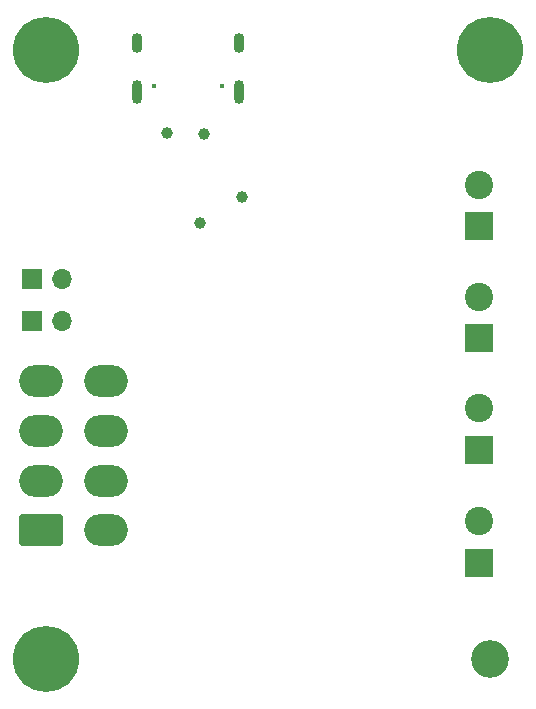
<source format=gbs>
%TF.GenerationSoftware,KiCad,Pcbnew,(7.0.0)*%
%TF.CreationDate,2023-06-13T01:41:46+01:00*%
%TF.ProjectId,flintandsteel,666c696e-7461-46e6-9473-7465656c2e6b,rev?*%
%TF.SameCoordinates,Original*%
%TF.FileFunction,Soldermask,Bot*%
%TF.FilePolarity,Negative*%
%FSLAX46Y46*%
G04 Gerber Fmt 4.6, Leading zero omitted, Abs format (unit mm)*
G04 Created by KiCad (PCBNEW (7.0.0)) date 2023-06-13 01:41:46*
%MOMM*%
%LPD*%
G01*
G04 APERTURE LIST*
G04 Aperture macros list*
%AMRoundRect*
0 Rectangle with rounded corners*
0 $1 Rounding radius*
0 $2 $3 $4 $5 $6 $7 $8 $9 X,Y pos of 4 corners*
0 Add a 4 corners polygon primitive as box body*
4,1,4,$2,$3,$4,$5,$6,$7,$8,$9,$2,$3,0*
0 Add four circle primitives for the rounded corners*
1,1,$1+$1,$2,$3*
1,1,$1+$1,$4,$5*
1,1,$1+$1,$6,$7*
1,1,$1+$1,$8,$9*
0 Add four rect primitives between the rounded corners*
20,1,$1+$1,$2,$3,$4,$5,0*
20,1,$1+$1,$4,$5,$6,$7,0*
20,1,$1+$1,$6,$7,$8,$9,0*
20,1,$1+$1,$8,$9,$2,$3,0*%
G04 Aperture macros list end*
%ADD10R,1.700000X1.700000*%
%ADD11O,1.700000X1.700000*%
%ADD12R,2.400000X2.400000*%
%ADD13C,2.400000*%
%ADD14C,5.600000*%
%ADD15C,3.200000*%
%ADD16C,0.400000*%
%ADD17O,0.900000X2.000000*%
%ADD18O,0.900000X1.700000*%
%ADD19RoundRect,0.250001X1.599999X-1.099999X1.599999X1.099999X-1.599999X1.099999X-1.599999X-1.099999X0*%
%ADD20O,3.700000X2.700000*%
%ADD21C,1.000000*%
G04 APERTURE END LIST*
D10*
%TO.C,BOOTJUMPER1*%
X107998999Y-93191999D03*
D11*
X110538999Y-93191999D03*
%TD*%
D12*
%TO.C,J5*%
X145883298Y-104067358D03*
D13*
X145883299Y-100567359D03*
%TD*%
D14*
%TO.C,H3*%
X109200000Y-70200000D03*
%TD*%
D15*
%TO.C,H4*%
X146800000Y-121800000D03*
%TD*%
D12*
%TO.C,J4*%
X145909698Y-94613137D03*
D13*
X145909699Y-91113138D03*
%TD*%
D14*
%TO.C,H2*%
X109200000Y-121800000D03*
%TD*%
%TO.C,H1*%
X146800000Y-70200000D03*
%TD*%
D16*
%TO.C,J2*%
X124096000Y-73310000D03*
X118316000Y-73310000D03*
D17*
X125525999Y-73789999D03*
D18*
X125525999Y-69619999D03*
D17*
X116885999Y-73789999D03*
D18*
X116885999Y-69619999D03*
%TD*%
D19*
%TO.C,J1*%
X108824100Y-110899999D03*
D20*
X108824099Y-106699998D03*
X108824099Y-102499998D03*
X108824099Y-98299998D03*
X114324099Y-110899998D03*
X114324099Y-106699998D03*
X114324099Y-102499998D03*
X114324099Y-98299998D03*
%TD*%
D12*
%TO.C,J6*%
X145868881Y-113649139D03*
D13*
X145868882Y-110149140D03*
%TD*%
D10*
%TO.C,ENJUMPER1*%
X107997999Y-89583999D03*
D11*
X110537999Y-89583999D03*
%TD*%
D12*
%TO.C,J3*%
X145883392Y-85159135D03*
D13*
X145883393Y-81659136D03*
%TD*%
D21*
%TO.C,TP10*%
X122289000Y-84847000D03*
%TD*%
%TO.C,TP1*%
X122630000Y-77380000D03*
%TD*%
%TO.C,TP2*%
X119480000Y-77250000D03*
%TD*%
%TO.C,TP9*%
X125770000Y-82720000D03*
%TD*%
M02*

</source>
